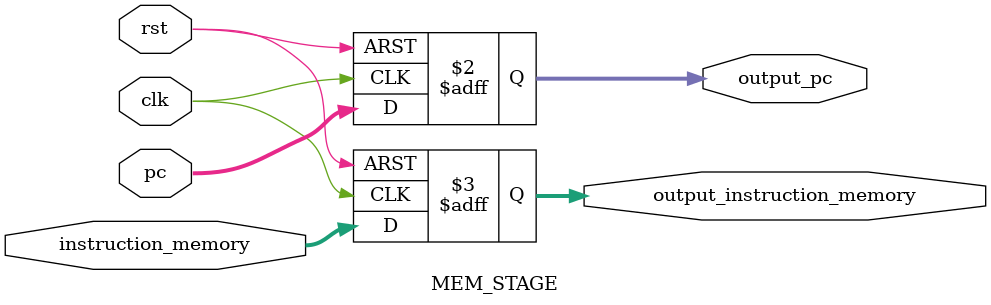
<source format=v>
`timescale 1ns / 1ps


module MEM_STAGE(
    input clk,
    input rst,
    input [31:0] pc,
    input [31:0] instruction_memory,
    output reg [31:0] output_pc,
    output reg [31:0] output_instruction_memory
);
    
    always @(posedge clk or posedge rst) begin
        if (rst) begin
            output_pc <= 32'b0;
            output_instruction_memory <= 32'b0;
        end else begin
            // Normal operation
            output_pc <= pc;
            output_instruction_memory <= instruction_memory;
        end
    end
    
endmodule
</source>
